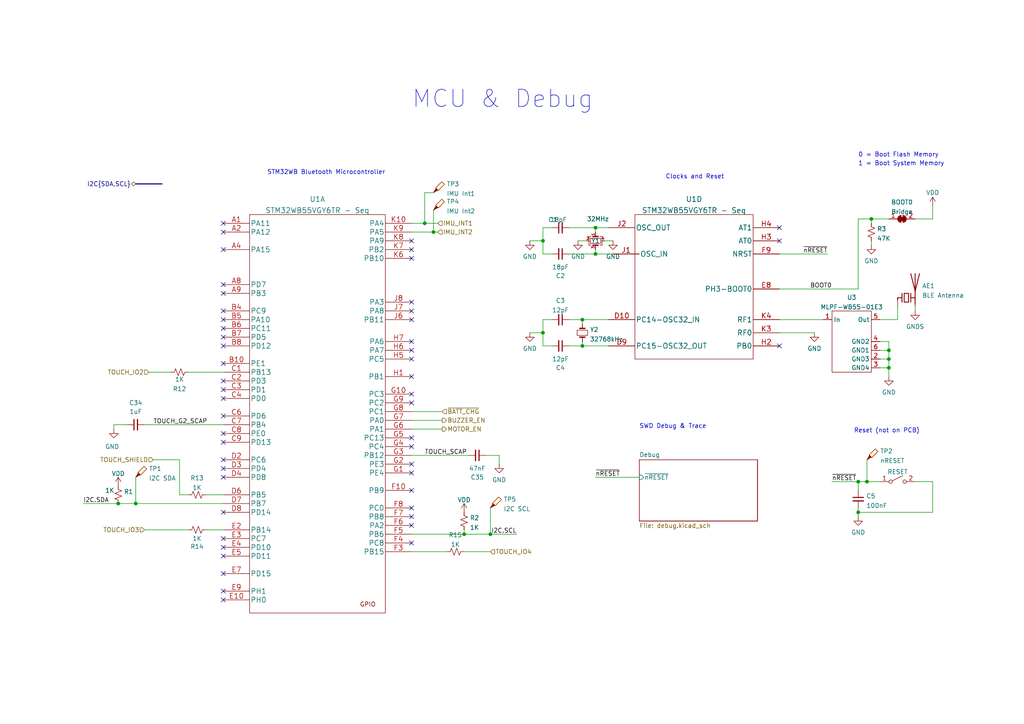
<source format=kicad_sch>
(kicad_sch (version 20211123) (generator eeschema)
  (paper "A4")
  (title_block (title "TekTag BioSensor") (date "2023-05-18") (rev "0.2 alpha") (company "© 2023 TekLabs Digital Pty Ltd") (comment 1 "Designed by Trevor Attema") (comment 2 "MIT License "))
  (lib_symbols
    (symbol "Connector:TestPoint_Probe" (pin_numbers hide) (pin_names (offset 0.762) hide)
      (property "Reference" "TP" (at 1.651 5.842 0))
      (property "Value" "TestPoint_Probe" (at 1.651 4.064 0))
      (symbol "TestPoint_Probe_0_1"
        (polyline (pts (xy 1.27 0.762) (xy 0 0) (xy 0.762 1.27) (xy 1.27 0.762)) (fill (type outline)))
        (polyline (pts (xy 1.397 0.635) (xy 0.635 1.397) (xy 2.413 3.175) (xy 3.175 2.413) (xy 1.397 0.635)) (fill (type background)))
      )
      (symbol "TestPoint_Probe_1_1"
        (pin passive line (at 0 0 90) (length 0) (name "1") (number "1"))
      )
    )
    (symbol "Crystal_Small_1" (pin_numbers hide) (pin_names (offset 1.016) hide)
      (property "Reference" "Y?" (at 2.159 0.9085 90))
      (property "Value" "32768kHz" (at 5.08 -3.81 0))
      (symbol "Crystal_Small_1_0_1"
        (rectangle (start -0.762 -1.524) (end 0.762 1.524))
        (polyline (pts (xy -1.27 -0.762) (xy -1.27 0.762)) (stroke (width 0.381)))
        (polyline (pts (xy 1.27 -0.762) (xy 1.27 0.762)) (stroke (width 0.381)))
      )
      (symbol "Crystal_Small_1_1_1"
        (pin passive line (at -2.54 0 0) (length 1.27) (name "1") (number "1"))
        (pin passive line (at 2.54 0 180) (length 1.27) (name "2") (number "2"))
      )
    )
    (symbol "Device:Antenna_Chip" (pin_numbers hide) (pin_names (offset 1.016) hide)
      (property "Reference" "AE" (at 0 5.08 0))
      (property "Value" "Antenna_Chip" (at 0 3.175 0))
      (symbol "Antenna_Chip_0_1"
        (polyline (pts (xy -2.54 0) (xy -2.54 -0.635)) (stroke (width 0.254)))
        (polyline (pts (xy -2.54 0) (xy -1.27 0)) (stroke (width 0.254)))
        (polyline (pts (xy 1.27 0) (xy 2.54 0)) (stroke (width 0.254)))
        (polyline (pts (xy 1.27 1.27) (xy 1.27 -1.27)) (stroke (width 0.254)))
        (polyline (pts (xy 2.54 -0.635) (xy 2.54 0)))
        (polyline (pts (xy 2.54 6.985) (xy 2.54 -1.905)) (stroke (width 0.254)))
        (polyline (pts (xy -1.27 1.27) (xy -1.27 -1.27) (xy -1.27 0)) (stroke (width 0.254)))
        (polyline (pts (xy 3.81 6.985) (xy 2.54 1.905) (xy 1.27 6.985)) (stroke (width 0.254)))
        (polyline (pts (xy -0.635 1.27) (xy 0.635 1.27) (xy 0.635 -1.27) (xy -0.635 -1.27) (xy -0.635 1.27)) (stroke (width 0.254)))
      )
      (symbol "Antenna_Chip_1_1"
        (pin input line (at -2.54 -2.54 90) (length 2.54) (name "FEED") (number "1"))
        (pin passive line (at 2.54 -2.54 90) (length 2.54) (name "PCB_Trace") (number "2"))
      )
    )
    (symbol "Device:Crystal_GND24_Small" (pin_names (offset 1.016) hide)
      (property "Reference" "Y" (at 1.27 4.445 0))
      (property "Value" "Crystal_GND24_Small" (at 1.27 2.54 0))
      (symbol "Crystal_GND24_Small_0_1"
        (rectangle (start -0.762 -1.524) (end 0.762 1.524))
        (polyline (pts (xy -1.27 -0.762) (xy -1.27 0.762)) (stroke (width 0.381)))
        (polyline (pts (xy 1.27 -0.762) (xy 1.27 0.762)) (stroke (width 0.381)))
        (polyline (pts (xy -1.27 -1.27) (xy -1.27 -1.905) (xy 1.27 -1.905) (xy 1.27 -1.27)))
        (polyline (pts (xy -1.27 1.27) (xy -1.27 1.905) (xy 1.27 1.905) (xy 1.27 1.27)))
      )
      (symbol "Crystal_GND24_Small_1_1"
        (pin passive line (at -2.54 0 0) (length 1.27) (name "1") (number "1"))
        (pin passive line (at 0 -2.54 90) (length 0.635) (name "2") (number "2"))
        (pin passive line (at 2.54 0 180) (length 1.27) (name "3") (number "3"))
        (pin passive line (at 0 2.54 270) (length 0.635) (name "4") (number "4"))
      )
    )
    (symbol "Device:R_Small_US" (pin_numbers hide) (pin_names (offset 0.254) hide)
      (property "Reference" "R" (at 0.762 0.508 0))
      (property "Value" "R_Small_US" (at 0.762 -1.016 0))
      (symbol "R_Small_US_1_1"
        (polyline (pts (xy 0 0) (xy 1.016 -0.381) (xy 0 -0.762) (xy -1.016 -1.143) (xy 0 -1.524)))
        (polyline (pts (xy 0 1.524) (xy 1.016 1.143) (xy 0 0.762) (xy -1.016 0.381) (xy 0 0)))
        (pin passive line (at 0 2.54 270) (length 1.016) (name "~") (number "1"))
        (pin passive line (at 0 -2.54 90) (length 1.016) (name "~") (number "2"))
      )
    )
    (symbol "Jumper:SolderJumper_2_Bridged" (pin_names (offset 0) hide)
      (property "Reference" "JP" (at 0 2.032 0))
      (property "Value" "SolderJumper_2_Bridged" (at 0 -2.54 0))
      (symbol "SolderJumper_2_Bridged_0_1"
        (rectangle (start -0.508 0.508) (end 0.508 -0.508) (fill (type outline)))
        (arc (start -0.254 1.016) (mid -1.27 0) (end -0.254 -1.016))
        (arc (start -0.254 1.016) (mid -1.27 0) (end -0.254 -1.016) (fill (type outline)))
        (polyline (pts (xy -0.254 1.016) (xy -0.254 -1.016)))
        (polyline (pts (xy 0.254 1.016) (xy 0.254 -1.016)))
        (arc (start 0.254 -1.016) (mid 1.27 0) (end 0.254 1.016))
        (arc (start 0.254 -1.016) (mid 1.27 0) (end 0.254 1.016) (fill (type outline)))
      )
      (symbol "SolderJumper_2_Bridged_1_1"
        (pin passive line (at -3.81 0 0) (length 2.54) (name "A") (number "1"))
        (pin passive line (at 3.81 0 180) (length 2.54) (name "B") (number "2"))
      )
    )
    (symbol "Switch:SW_SPST" (pin_names (offset 0) hide)
      (property "Reference" "SW1" (at 0 5.6175 0))
      (property "Value" "SW_SPST" (at 0 2.8424 0))
      (symbol "SW_SPST_0_0"
        (circle (center -2.032 0) (radius 0.508))
        (polyline (pts (xy -1.524 0.254) (xy 1.524 1.778)))
        (circle (center 2.032 0) (radius 0.508))
      )
      (symbol "SW_SPST_1_1"
        (pin passive line (at -5.08 0 0) (length 2.54) (name "A") (number "1"))
        (pin passive line (at 5.08 0 180) (length 2.54) (name "B") (number "2"))
      )
    )
    (symbol "TekLabs:C_Small" (pin_numbers hide) (pin_names (offset 0.254) hide)
      (property "Reference" "C?" (at 2.3241 0.9022 0))
      (property "Value" "C_Small" (at 2.3241 -1.8729 0))
      (symbol "C_Small_0_1"
        (polyline (pts (xy -1.524 -0.508) (xy 1.524 -0.508)) (stroke (width 0.3302)))
        (polyline (pts (xy -1.524 0.508) (xy 1.524 0.508)) (stroke (width 0.3048)))
      )
      (symbol "C_Small_1_1"
        (pin passive line (at 0 2.54 270) (length 2.032) (name "~") (number "1"))
        (pin passive line (at 0 -2.54 90) (length 2.032) (name "~") (number "2"))
      )
    )
    (symbol "TekLabs:MLPF-WB55-01E3"
      (property "Reference" "U" (at 0 -19.05 0))
      (property "Value" "MLPF-WB55-01E3" (at 5.08 1.27 0))
      (symbol "MLPF-WB55-01E3_0_1"
        (rectangle (start 0.0254 -0.0254) (end 11.43 -17.78) (stroke (width 0.1524)))
      )
      (symbol "MLPF-WB55-01E3_1_1"
        (pin input line (at -2.54 -2.54 0) (length 2.54) (name "In") (number "1"))
        (pin power_in line (at 13.97 -13.97 180) (length 2.54) (name "GND3") (number "2"))
        (pin power_in line (at 13.97 -16.51 180) (length 2.54) (name "GND4") (number "3"))
        (pin power_in line (at 13.97 -8.89 180) (length 2.54) (name "GND2") (number "4"))
        (pin input line (at 13.97 -2.54 180) (length 2.54) (name "Out") (number "5"))
        (pin power_in line (at 13.97 -11.43 180) (length 2.54) (name "GND1") (number "6"))
      )
    )
    (symbol "TekLabs:STM32WB55VGY6TR - Seq" (pin_names (offset 0.254))
      (property "Reference" "U" (at 7.62 1.27 0))
      (property "Value" "STM32WB55VGY6TR - Seq" (at 21.59 5.08 0))
      (symbol "STM32WB55VGY6TR - Seq_1_1"
        (rectangle (start 7.62 -1.27) (end 46.99 -116.84) (stroke (width 0.1524)))
        (text "GPIO" (at 41.91 -114.3 0) (effects (font (size 1.27 1.27))))
        (pin bidirectional line (at 0 -3.81 0) (length 7.62) (name "PA11") (number "A1"))
        (pin bidirectional line (at 0 -6.35 0) (length 7.62) (name "PA12") (number "A2"))
        (pin bidirectional line (at 0 -11.43 0) (length 7.62) (name "PA15") (number "A4"))
        (pin bidirectional line (at 0 -21.59 0) (length 7.62) (name "PD7") (number "A8"))
        (pin bidirectional line (at 0 -24.13 0) (length 7.62) (name "PB3") (number "A9"))
        (pin bidirectional line (at 0 -44.45 0) (length 7.62) (name "PE1") (number "B10"))
        (pin bidirectional line (at 0 -29.21 0) (length 7.62) (name "PC9") (number "B4"))
        (pin bidirectional line (at 0 -31.75 0) (length 7.62) (name "PA10") (number "B5"))
        (pin bidirectional line (at 0 -34.29 0) (length 7.62) (name "PC11") (number "B6"))
        (pin bidirectional line (at 0 -36.83 0) (length 7.62) (name "PD5") (number "B7"))
        (pin bidirectional line (at 0 -39.37 0) (length 7.62) (name "PD12") (number "B8"))
        (pin bidirectional line (at 0 -46.99 0) (length 7.62) (name "PB13") (number "C1"))
        (pin bidirectional line (at 0 -49.53 0) (length 7.62) (name "PD3") (number "C2"))
        (pin bidirectional line (at 0 -52.07 0) (length 7.62) (name "PD1") (number "C3"))
        (pin bidirectional line (at 0 -54.61 0) (length 7.62) (name "PD0") (number "C4"))
        (pin bidirectional line (at 0 -59.69 0) (length 7.62) (name "PD6") (number "C6"))
        (pin bidirectional line (at 0 -62.23 0) (length 7.62) (name "PB4") (number "C7"))
        (pin bidirectional line (at 0 -64.77 0) (length 7.62) (name "PE0") (number "C8"))
        (pin bidirectional line (at 0 -67.31 0) (length 7.62) (name "PD13") (number "C9"))
        (pin bidirectional line (at 0 -72.39 0) (length 7.62) (name "PC6") (number "D2"))
        (pin bidirectional line (at 0 -74.93 0) (length 7.62) (name "PD4") (number "D3"))
        (pin bidirectional line (at 0 -77.47 0) (length 7.62) (name "PD8") (number "D4"))
        (pin bidirectional line (at 0 -82.55 0) (length 7.62) (name "PB5") (number "D6"))
        (pin bidirectional line (at 0 -85.09 0) (length 7.62) (name "PB7") (number "D7"))
        (pin bidirectional line (at 0 -87.63 0) (length 7.62) (name "PD14") (number "D8"))
        (pin bidirectional line (at 0 -113.03 0) (length 7.62) (name "PH0") (number "E10"))
        (pin bidirectional line (at 0 -92.71 0) (length 7.62) (name "PB14") (number "E2"))
        (pin bidirectional line (at 0 -95.25 0) (length 7.62) (name "PC7") (number "E3"))
        (pin bidirectional line (at 0 -97.79 0) (length 7.62) (name "PD10") (number "E4"))
        (pin bidirectional line (at 0 -100.33 0) (length 7.62) (name "PD11") (number "E5"))
        (pin bidirectional line (at 0 -105.41 0) (length 7.62) (name "PD15") (number "E7"))
        (pin bidirectional line (at 0 -110.49 0) (length 7.62) (name "PH1") (number "E9"))
        (pin bidirectional line (at 54.61 -81.28 180) (length 7.62) (name "PB9") (number "F10"))
        (pin bidirectional line (at 54.61 -99.06 180) (length 7.62) (name "PB15") (number "F3"))
        (pin bidirectional line (at 54.61 -96.52 180) (length 7.62) (name "PC8") (number "F4"))
        (pin bidirectional line (at 54.61 -93.98 180) (length 7.62) (name "PB6") (number "F5"))
        (pin bidirectional line (at 54.61 -91.44 180) (length 7.62) (name "PA2") (number "F6"))
        (pin bidirectional line (at 54.61 -88.9 180) (length 7.62) (name "PB8") (number "F7"))
        (pin bidirectional line (at 54.61 -86.36 180) (length 7.62) (name "PC0") (number "F8"))
        (pin power_in line (at 54.61 -76.2 180) (length 7.62) (name "PE4") (number "G1"))
        (pin bidirectional line (at 54.61 -53.34 180) (length 7.62) (name "PC3") (number "G10"))
        (pin bidirectional line (at 54.61 -73.66 180) (length 7.62) (name "PE3") (number "G2"))
        (pin bidirectional line (at 54.61 -71.12 180) (length 7.62) (name "PB12") (number "G3"))
        (pin bidirectional line (at 54.61 -68.58 180) (length 7.62) (name "PC4") (number "G4"))
        (pin bidirectional line (at 54.61 -66.04 180) (length 7.62) (name "PC13") (number "G5"))
        (pin bidirectional line (at 54.61 -63.5 180) (length 7.62) (name "PA1") (number "G6"))
        (pin bidirectional line (at 54.61 -60.96 180) (length 7.62) (name "PA0") (number "G7"))
        (pin bidirectional line (at 54.61 -58.42 180) (length 7.62) (name "PC1") (number "G8"))
        (pin bidirectional line (at 54.61 -55.88 180) (length 7.62) (name "PC2") (number "G9"))
        (pin bidirectional line (at 54.61 -48.26 180) (length 7.62) (name "PB1") (number "H1"))
        (pin bidirectional line (at 54.61 -43.18 180) (length 7.62) (name "PC5") (number "H5"))
        (pin bidirectional line (at 54.61 -40.64 180) (length 7.62) (name "PA7") (number "H6"))
        (pin bidirectional line (at 54.61 -38.1 180) (length 7.62) (name "PA6") (number "H7"))
        (pin bidirectional line (at 54.61 -31.75 180) (length 7.62) (name "PB11") (number "J6"))
        (pin bidirectional line (at 54.61 -29.21 180) (length 7.62) (name "PA8") (number "J7"))
        (pin bidirectional line (at 54.61 -26.67 180) (length 7.62) (name "PA3") (number "J8"))
        (pin bidirectional line (at 54.61 -3.81 180) (length 7.62) (name "PA4") (number "K10"))
        (pin bidirectional line (at 54.61 -13.97 180) (length 7.62) (name "PB10") (number "K6"))
        (pin bidirectional line (at 54.61 -11.43 180) (length 7.62) (name "PB2") (number "K7"))
        (pin bidirectional line (at 54.61 -8.89 180) (length 7.62) (name "PA9") (number "K8"))
        (pin bidirectional line (at 54.61 -6.35 180) (length 7.62) (name "PA5") (number "K9"))
      )
      (symbol "STM32WB55VGY6TR - Seq_2_1"
        (rectangle (start 7.62 -1.27) (end 33.02 -54.61) (stroke (width 0.1524)))
        (text "Power" (at 29.21 -52.07 0) (effects (font (size 1.27 1.27))))
        (pin power_in line (at 0 -5.08 0) (length 7.62) (name "VDD") (number "A10"))
        (pin power_in line (at 0 -7.62 0) (length 7.62) (name "VDD") (number "B1"))
        (pin power_in line (at 0 -44.45 0) (length 7.62) (name "VSS") (number "B2"))
        (pin power_in line (at 0 -22.86 0) (length 7.62) (name "VDDUSB") (number "B3"))
        (pin power_in line (at 0 -46.99 0) (length 7.62) (name "VSS") (number "B9"))
        (pin power_in line (at 0 -17.78 0) (length 7.62) (name "VBAT") (number "C10"))
        (pin power_in line (at 0 -36.83 0) (length 7.62) (name "VSSA") (number "H10"))
        (pin power_in line (at 0 -29.21 0) (length 7.62) (name "VREF+") (number "H8"))
        (pin power_in line (at 0 -33.02 0) (length 7.62) (name "VDDA") (number "H9"))
        (pin power_in line (at 0 -10.16 0) (length 7.62) (name "VDD") (number "J10"))
        (pin power_in line (at 40.64 -5.08 180) (length 7.62) (name "VDDRF") (number "J3"))
        (pin power_in line (at 40.64 -15.24 180) (length 7.62) (name "VSSRF") (number "J4"))
        (pin power_in line (at 0 -49.53 0) (length 7.62) (name "VSS") (number "J5"))
        (pin power_in line (at 0 -52.07 0) (length 7.62) (name "VSS") (number "J9"))
        (pin power_in line (at 40.64 -19.05 180) (length 7.62) (name "VSSRF") (number "K1"))
        (pin power_in line (at 40.64 -21.59 180) (length 7.62) (name "VSSRF") (number "K2"))
        (pin power_in line (at 0 -13.97 0) (length 7.62) (name "VDD") (number "K5"))
      )
      (symbol "STM32WB55VGY6TR - Seq_3_1"
        (rectangle (start 7.62 -2.54) (end 29.21 -29.21) (stroke (width 0.1524)))
        (text "SMPS" (at 25.4 -25.4 0) (effects (font (size 1.27 1.27))))
        (pin power_in line (at 0 -7.62 0) (length 7.62) (name "VDDSMPS") (number "D1"))
        (pin power_in line (at 0 -12.7 0) (length 7.62) (name "VLXSMPS") (number "E1"))
        (pin power_in line (at 0 -25.4 0) (length 7.62) (name "VSSSMPS") (number "F1"))
        (pin power_in line (at 0 -19.05 0) (length 7.62) (name "VFBSMPS") (number "F2"))
      )
      (symbol "STM32WB55VGY6TR - Seq_4_1"
        (rectangle (start 7.62 -1.27) (end 41.91 -43.18) (stroke (width 0.1524)))
        (pin bidirectional line (at 0 -31.75 0) (length 7.62) (name "PC14-OSC32_IN") (number "D10"))
        (pin bidirectional line (at 0 -39.37 0) (length 7.62) (name "PC15-OSC32_OUT") (number "D9"))
        (pin bidirectional line (at 49.53 -22.86 180) (length 7.62) (name "PH3-BOOT0") (number "E8"))
        (pin bidirectional line (at 49.53 -12.7 180) (length 7.62) (name "NRST") (number "F9"))
        (pin bidirectional line (at 49.53 -39.37 180) (length 7.62) (name "PB0") (number "H2"))
        (pin bidirectional line (at 49.53 -8.89 180) (length 7.62) (name "AT0") (number "H3"))
        (pin bidirectional line (at 49.53 -5.08 180) (length 7.62) (name "AT1") (number "H4"))
        (pin bidirectional line (at 1.27 -12.7 0) (length 7.62) (name "OSC_IN") (number "J1"))
        (pin bidirectional line (at 0 -5.08 0) (length 7.62) (name "OSC_OUT") (number "J2"))
        (pin bidirectional line (at 49.53 -35.56 180) (length 7.62) (name "RF0") (number "K3"))
        (pin bidirectional line (at 49.53 -31.75 180) (length 7.62) (name "RF1") (number "K4"))
      )
      (symbol "STM32WB55VGY6TR - Seq_5_1"
        (rectangle (start 7.62 -1.27) (end 26.67 -29.21) (stroke (width 0.1524)))
        (text "SWD" (at 20.32 -3.81 0) (effects (font (size 1.27 1.27))))
        (text "TRACE" (at 21.59 -16.51 0) (effects (font (size 1.27 1.27))))
        (pin bidirectional line (at 0 -6.35 0) (length 7.62) (name "PA14") (number "A3"))
        (pin bidirectional line (at 0 -3.81 0) (length 7.62) (name "PA13") (number "A5"))
        (pin bidirectional line (at 0 -21.59 0) (length 7.62) (name "PC10") (number "A6"))
        (pin bidirectional line (at 0 -24.13 0) (length 7.62) (name "PD2") (number "A7"))
        (pin bidirectional line (at 0 -26.67 0) (length 7.62) (name "PC12") (number "C5"))
        (pin bidirectional line (at 0 -19.05 0) (length 7.62) (name "PD9") (number "D5"))
        (pin bidirectional line (at 0 -16.51 0) (length 7.62) (name "PE2") (number "E6"))
      )
    )
    (symbol "power:GND" (power) (pin_names (offset 0))
      (property "Value" "GND" (at 0 -3.81 0))
      (symbol "GND_0_1"
        (polyline (pts (xy 0 0) (xy 0 -1.27) (xy 1.27 -1.27) (xy 0 -2.54) (xy -1.27 -1.27) (xy 0 -1.27)))
      )
      (symbol "GND_1_1"
        (pin power_in line (at 0 0 270) (length 0) hide (name "GND") (number "1"))
      )
    )
    (symbol "power:GNDS" (power) (pin_names (offset 0))
      (property "Value" "GNDS" (at 0 -3.81 0))
      (symbol "GNDS_0_1"
        (polyline (pts (xy 0 0) (xy 0 -1.27) (xy 1.27 -1.27) (xy 0 -2.54) (xy -1.27 -1.27) (xy 0 -1.27)))
      )
      (symbol "GNDS_1_1"
        (pin power_in line (at 0 0 270) (length 0) hide (name "GNDS") (number "1"))
      )
    )
    (symbol "power:VDD" (power) (pin_names (offset 0))
      (property "Value" "VDD" (at 0 3.81 0))
      (symbol "VDD_0_1"
        (polyline (pts (xy -0.762 1.27) (xy 0 2.54)))
        (polyline (pts (xy 0 0) (xy 0 2.54)))
        (polyline (pts (xy 0 2.54) (xy 0.762 1.27)))
      )
      (symbol "VDD_1_1"
        (pin power_in line (at 0 0 90) (length 0) hide (name "VDD") (number "1"))
      )
    )
  )
  (junction (at 248.92 148.59))
  (junction (at 39.37 146.05))
  (junction (at 251.46 139.7))
  (junction (at 134.62 154.94))
  (junction (at 142.24 154.94))
  (junction (at 157.48 96.52))
  (junction (at 125.73 67.31))
  (junction (at 257.81 101.6))
  (junction (at 168.91 92.71))
  (junction (at 123.19 64.77))
  (junction (at 34.29 146.05))
  (junction (at 157.48 69.85))
  (junction (at 257.81 104.14))
  (junction (at 168.91 100.33))
  (junction (at 252.73 63.5))
  (junction (at 172.72 66.04))
  (junction (at 248.92 139.7))
  (junction (at 172.72 73.66))
  (junction (at 257.81 106.68))
  (no_connect (at 119.38 149.86))
  (no_connect (at 119.38 152.4))
  (no_connect (at 119.38 157.48))
  (no_connect (at 64.77 173.99))
  (no_connect (at 119.38 137.16))
  (no_connect (at 64.77 115.57))
  (no_connect (at 64.77 138.43))
  (no_connect (at 64.77 135.89))
  (no_connect (at 119.38 142.24))
  (no_connect (at 119.38 147.32))
  (no_connect (at 64.77 171.45))
  (no_connect (at 226.06 69.85))
  (no_connect (at 226.06 66.04))
  (no_connect (at 64.77 113.03))
  (no_connect (at 64.77 105.41))
  (no_connect (at 64.77 128.27))
  (no_connect (at 119.38 72.39))
  (no_connect (at 119.38 74.93))
  (no_connect (at 64.77 92.71))
  (no_connect (at 119.38 129.54))
  (no_connect (at 119.38 116.84))
  (no_connect (at 64.77 110.49))
  (no_connect (at 119.38 87.63))
  (no_connect (at 119.38 109.22))
  (no_connect (at 119.38 114.3))
  (no_connect (at 119.38 99.06))
  (no_connect (at 119.38 127))
  (no_connect (at 64.77 120.65))
  (no_connect (at 64.77 133.35))
  (no_connect (at 119.38 90.17))
  (no_connect (at 119.38 134.62))
  (no_connect (at 64.77 90.17))
  (no_connect (at 64.77 64.77))
  (no_connect (at 64.77 67.31))
  (no_connect (at 64.77 72.39))
  (no_connect (at 64.77 82.55))
  (no_connect (at 64.77 85.09))
  (no_connect (at 64.77 95.25))
  (no_connect (at 64.77 97.79))
  (no_connect (at 64.77 100.33))
  (no_connect (at 226.06 100.33))
  (no_connect (at 64.77 166.37))
  (no_connect (at 64.77 158.75))
  (no_connect (at 64.77 156.21))
  (no_connect (at 119.38 69.85))
  (no_connect (at 64.77 161.29))
  (no_connect (at 64.77 148.59))
  (no_connect (at 119.38 104.14))
  (no_connect (at 119.38 101.6))
  (no_connect (at 64.77 125.73))
  (no_connect (at 119.38 92.71))
  (wire (pts (xy 172.72 66.04) (xy 172.72 67.31)))
  (wire (pts (xy 165.1 92.71) (xy 168.91 92.71)))
  (wire (pts (xy 59.69 143.51) (xy 64.77 143.51)))
  (wire (pts (xy 144.78 132.08) (xy 144.78 134.62)))
  (wire (pts (xy 142.24 160.02) (xy 134.62 160.02)))
  (wire (pts (xy 260.35 92.71) (xy 260.35 88.9)))
  (wire (pts (xy 165.1 66.04) (xy 172.72 66.04)))
  (wire (pts (xy 251.46 133.35) (xy 251.46 139.7)))
  (wire (pts (xy 168.91 99.06) (xy 168.91 100.33)))
  (wire (pts (xy 157.48 96.52) (xy 153.67 96.52)))
  (wire (pts (xy 52.07 143.51) (xy 52.07 133.35)))
  (wire (pts (xy 160.02 73.66) (xy 157.48 73.66)))
  (wire (pts (xy 123.19 64.77) (xy 119.38 64.77)))
  (wire (pts (xy 172.72 138.43) (xy 185.42 138.43)))
  (wire (pts (xy 226.06 96.52) (xy 236.22 96.52)))
  (wire (pts (xy 168.91 92.71) (xy 168.91 93.98)))
  (wire (pts (xy 52.07 133.35) (xy 44.45 133.35)))
  (wire (pts (xy 270.51 63.5) (xy 270.51 59.69)))
  (wire (pts (xy 127 64.77) (xy 123.19 64.77)))
  (wire (pts (xy 255.27 104.14) (xy 257.81 104.14)))
  (wire (pts (xy 39.37 138.43) (xy 39.37 146.05)))
  (wire (pts (xy 226.06 92.71) (xy 238.76 92.71)))
  (wire (pts (xy 128.27 119.38) (xy 119.38 119.38)))
  (wire (pts (xy 226.06 73.66) (xy 240.03 73.66)))
  (wire (pts (xy 252.73 63.5) (xy 252.73 64.77)))
  (wire (pts (xy 248.92 148.59) (xy 248.92 147.32)))
  (wire (pts (xy 64.77 107.95) (xy 54.61 107.95)))
  (wire (pts (xy 33.02 123.19) (xy 33.02 124.46)))
  (wire (pts (xy 134.62 153.67) (xy 134.62 154.94)))
  (wire (pts (xy 257.81 104.14) (xy 257.81 106.68)))
  (wire (pts (xy 140.97 132.08) (xy 144.78 132.08)))
  (wire (pts (xy 172.72 73.66) (xy 177.8 73.66)))
  (wire (pts (xy 172.72 66.04) (xy 176.53 66.04)))
  (wire (pts (xy 157.48 73.66) (xy 157.48 69.85)))
  (wire (pts (xy 24.13 146.05) (xy 34.29 146.05)))
  (wire (pts (xy 160.02 92.71) (xy 157.48 92.71)))
  (wire (pts (xy 125.73 67.31) (xy 119.38 67.31)))
  (bus (pts (xy 39.37 53.34) (xy 46.99 53.34)))
  (wire (pts (xy 255.27 101.6) (xy 257.81 101.6)))
  (wire (pts (xy 257.81 99.06) (xy 257.81 101.6)))
  (wire (pts (xy 175.26 69.85) (xy 177.8 69.85)))
  (wire (pts (xy 168.91 100.33) (xy 176.53 100.33)))
  (wire (pts (xy 257.81 101.6) (xy 257.81 104.14)))
  (wire (pts (xy 34.29 146.05) (xy 39.37 146.05)))
  (wire (pts (xy 160.02 66.04) (xy 157.48 66.04)))
  (wire (pts (xy 270.51 139.7) (xy 270.51 148.59)))
  (wire (pts (xy 226.06 83.82) (xy 248.92 83.82)))
  (wire (pts (xy 241.3 139.7) (xy 248.92 139.7)))
  (wire (pts (xy 64.77 153.67) (xy 59.69 153.67)))
  (wire (pts (xy 128.27 124.46) (xy 119.38 124.46)))
  (wire (pts (xy 248.92 139.7) (xy 251.46 139.7)))
  (wire (pts (xy 119.38 160.02) (xy 129.54 160.02)))
  (wire (pts (xy 128.27 121.92) (xy 119.38 121.92)))
  (wire (pts (xy 36.83 123.19) (xy 33.02 123.19)))
  (wire (pts (xy 142.24 154.94) (xy 149.86 154.94)))
  (wire (pts (xy 134.62 154.94) (xy 142.24 154.94)))
  (wire (pts (xy 168.91 92.71) (xy 176.53 92.71)))
  (wire (pts (xy 248.92 149.86) (xy 248.92 148.59)))
  (wire (pts (xy 265.43 63.5) (xy 270.51 63.5)))
  (wire (pts (xy 265.43 139.7) (xy 270.51 139.7)))
  (wire (pts (xy 248.92 63.5) (xy 252.73 63.5)))
  (wire (pts (xy 257.81 106.68) (xy 257.81 109.22)))
  (wire (pts (xy 54.61 143.51) (xy 52.07 143.51)))
  (wire (pts (xy 252.73 63.5) (xy 257.81 63.5)))
  (wire (pts (xy 41.91 153.67) (xy 54.61 153.67)))
  (wire (pts (xy 119.38 154.94) (xy 134.62 154.94)))
  (wire (pts (xy 165.1 73.66) (xy 172.72 73.66)))
  (wire (pts (xy 123.19 55.88) (xy 123.19 64.77)))
  (wire (pts (xy 39.37 146.05) (xy 64.77 146.05)))
  (wire (pts (xy 125.73 55.88) (xy 123.19 55.88)))
  (wire (pts (xy 157.48 66.04) (xy 157.48 69.85)))
  (wire (pts (xy 125.73 60.96) (xy 125.73 67.31)))
  (wire (pts (xy 255.27 92.71) (xy 260.35 92.71)))
  (wire (pts (xy 157.48 69.85) (xy 153.67 69.85)))
  (wire (pts (xy 43.18 107.95) (xy 49.53 107.95)))
  (wire (pts (xy 167.64 69.85) (xy 170.18 69.85)))
  (wire (pts (xy 270.51 148.59) (xy 248.92 148.59)))
  (wire (pts (xy 265.43 90.17) (xy 265.43 88.9)))
  (wire (pts (xy 251.46 139.7) (xy 255.27 139.7)))
  (wire (pts (xy 165.1 100.33) (xy 168.91 100.33)))
  (wire (pts (xy 255.27 99.06) (xy 257.81 99.06)))
  (wire (pts (xy 255.27 106.68) (xy 257.81 106.68)))
  (wire (pts (xy 160.02 100.33) (xy 157.48 100.33)))
  (wire (pts (xy 119.38 132.08) (xy 135.89 132.08)))
  (wire (pts (xy 142.24 147.32) (xy 142.24 154.94)))
  (wire (pts (xy 252.73 69.85) (xy 252.73 71.12)))
  (wire (pts (xy 41.91 123.19) (xy 64.77 123.19)))
  (wire (pts (xy 157.48 92.71) (xy 157.48 96.52)))
  (wire (pts (xy 172.72 72.39) (xy 172.72 73.66)))
  (wire (pts (xy 157.48 100.33) (xy 157.48 96.52)))
  (wire (pts (xy 127 67.31) (xy 125.73 67.31)))
  (wire (pts (xy 248.92 139.7) (xy 248.92 142.24)))
  (wire (pts (xy 248.92 63.5) (xy 248.92 83.82)))
  (text "0 = Boot Flash Memory" (at 248.92 45.72 0) (effects (font (size 1.27 1.27)) (justify left bottom)))
  (text "1 = Boot System Memory" (at 248.92 48.26 0) (effects (font (size 1.27 1.27)) (justify left bottom)))
  (text "Reset (not on PCB)" (at 247.65 125.73 0) (effects (font (size 1.27 1.27)) (justify left bottom)))
  (text "MCU & Debug" (at 119.38 31.75 0) (effects (font (size 5 5)) (justify left bottom)))
  (text "SWD Debug & Trace" (at 185.42 124.46 0) (effects (font (size 1.27 1.27)) (justify left bottom)))
  (text "Clocks and Reset" (at 193.04 52.07 0) (effects (font (size 1.27 1.27)) (justify left bottom)))
  (text "STM32WB Bluetooth Microcontroller" (at 77.47 50.8 0) (effects (font (size 1.27 1.27)) (justify left bottom)))
  (label "~{nRESET}" (at 172.72 138.43 0))
  (label "~{nRESET}" (at 241.3 139.7 0))
  (label "TOUCH_SCAP" (at 123.19 132.08 0))
  (label "I2C.SCL" (at 149.86 154.94 180))
  (label "BOOT0" (at 234.95 83.82 0))
  (label "I2C.SDA" (at 24.13 146.05 0))
  (label "~{nRESET}" (at 240.03 73.66 180))
  (label "TOUCH_G2_SCAP" (at 44.45 123.19 0))
  (hierarchical_label "TOUCH_SHIELD" (shape input) (at 44.45 133.35 180))
  (hierarchical_label "I2C{SDA,SCL}" (shape bidirectional) (at 39.37 53.34 180))
  (hierarchical_label "IMU_INT2" (shape input) (at 127 67.31 0))
  (hierarchical_label "TOUCH_IO4" (shape input) (at 142.24 160.02 0))
  (hierarchical_label "MOTOR_EN" (shape output) (at 128.27 124.46 0))
  (hierarchical_label "TOUCH_IO2" (shape input) (at 43.18 107.95 180))
  (hierarchical_label "TOUCH_IO3" (shape input) (at 41.91 153.67 180))
  (hierarchical_label "BUZZER_EN" (shape output) (at 128.27 121.92 0))
  (hierarchical_label "~{BATT_CHG}" (shape input) (at 128.27 119.38 0))
  (hierarchical_label "IMU_INT1" (shape input) (at 127 64.77 0))
  (symbol (lib_id "power:VDD") (at 134.62 148.59 0) (unit 1)
    (property "Reference" "#PWR02" (effects hide))
    (property "Value" "VDD" (at 134.62 144.9855 0))
  )
  (symbol (lib_id "Connector:TestPoint_Probe") (at 251.46 133.35 0) (unit 1)
    (property "Reference" "TP2" (at 255.27 130.854 0) (effects (justify left)))
    (property "Value" "nRESET" (at 255.27 133.6291 0) (effects (justify left)))
    (property "Footprint" "TekLabs:MicroTest-1" (effects hide))
  )
  (symbol (lib_id "Device:R_Small_US") (at 57.15 153.67 270) (unit 1)
    (property "Reference" "R14" (at 57.15 158.5255 90))
    (property "Value" "1K" (at 57.15 156.21 90))
    (property "Footprint" "Resistor_SMD:R_0402_1005Metric" (effects hide))
  )
  (symbol (lib_id "Device:Crystal_GND24_Small") (at 172.72 69.85 270) (unit 1)
    (property "Reference" "Y1" (at 171.45 69.85 90) (effects (justify left)))
    (property "Value" "32MHz" (at 170.18 63.5 90) (effects (justify left)))
    (property "Footprint" "Crystal:Crystal_SMD_EuroQuartz_X22-4Pin_2.5x2.0mm" (effects hide))
    (property "Datasheet" "https://www.we-online.com/catalog/datasheet/830107820709.pdf" (effects hide))
    (property "Digikey" "830107820709" (effects hide))
  )
  (symbol (lib_id "power:GND") (at 33.02 124.46 0) (unit 1)
    (property "Reference" "#PWR0108" (effects hide))
    (property "Value" "GND" (at 30.48 129.54 0) (effects (justify left)))
  )
  (symbol (lib_id "TekLabs:MLPF-WB55-01E3") (at 241.3 90.17 0) (unit 1)
    (property "Reference" "U3" (at 247.0277 86.2797 0))
    (property "Value" "MLPF-WB55-01E3" (at 247.0277 89.0548 0))
    (property "Footprint" "TekLabs:MLPF-WB55-01E3" (effects hide))
    (property "Datasheet" "https://www.st.com/resource/en/datasheet/mlpf-wb55-01e3.pdf" (effects hide))
    (property "Digikey" "497-19088-2-ND" (effects hide))
  )
  (symbol (lib_id "Connector:TestPoint_Probe") (at 125.73 60.96 0) (unit 1)
    (property "Reference" "TP4" (at 129.54 58.464 0) (effects (justify left)))
    (property "Value" "IMU Int2" (at 129.54 61.2391 0) (effects (justify left)))
    (property "Footprint" "TekLabs:MicroTest-1" (effects hide))
  )
  (symbol (lib_id "Device:R_Small_US") (at 252.73 67.31 0) (unit 1)
    (property "Reference" "R3" (at 254.381 66.4015 0) (effects (justify left)))
    (property "Value" "47K" (at 254.381 69.1766 0) (effects (justify left)))
    (property "Footprint" "Resistor_SMD:R_0402_1005Metric" (effects hide))
  )
  (symbol (lib_id "Jumper:SolderJumper_2_Bridged") (at 261.62 63.5 0) (unit 1)
    (property "Reference" "BOOT0" (at 261.62 58.6445 0))
    (property "Value" "Bridge" (at 261.62 61.4196 0))
    (property "Footprint" "TekLabs:MicroJump" (effects hide))
  )
  (symbol (lib_id "Connector:TestPoint_Probe") (at 142.24 147.32 0) (unit 1)
    (property "Reference" "TP5" (at 146.05 144.824 0) (effects (justify left)))
    (property "Value" "I2C SCL" (at 146.05 147.5991 0) (effects (justify left)))
    (property "Footprint" "TekLabs:MicroTest-1" (effects hide))
  )
  (symbol (lib_name "Crystal_Small_1") (lib_id "Device:Crystal_Small") (at 168.91 96.52 90) (unit 1)
    (property "Reference" "Y2" (at 171.069 95.6115 90) (effects (justify right)))
    (property "Value" "32768kHz" (at 171.069 98.3866 90) (effects (justify right)))
    (property "Footprint" "Crystal:Crystal_SMD_MicroCrystal_CM9V-T1A-2Pin_1.6x1.0mm" (effects hide))
    (property "Datasheet" "https://www.microcrystal.com/fileadmin/Media/Products/32kHz/Datasheet/CM9V-T1A.pdf" (effects hide))
    (property "Digikey" "CM9V-T1A-32.768KHZ-7PF-100PPM-TA-QC" (effects hide))
  )
  (symbol (lib_id "TekLabs:C_Small") (at 39.37 123.19 90) (unit 1)
    (property "Reference" "C34" (at 39.37 116.84 90))
    (property "Value" "1uF" (at 39.37 119.38 90))
    (property "Footprint" "Capacitor_SMD:C_0402_1005Metric" (effects hide))
  )
  (symbol (lib_id "power:VDD") (at 34.29 140.97 0) (unit 1)
    (property "Reference" "#PWR01" (effects hide))
    (property "Value" "VDD" (at 34.29 137.3655 0))
  )
  (symbol (lib_id "Device:R_Small_US") (at 57.15 143.51 270) (unit 1)
    (property "Reference" "R13" (at 57.15 138.6545 90))
    (property "Value" "1K" (at 57.15 141.4296 90))
    (property "Footprint" "Resistor_SMD:R_0402_1005Metric" (effects hide))
  )
  (symbol (lib_id "power:GNDS") (at 265.43 90.17 0) (unit 1)
    (property "Reference" "#PWR014" (effects hide))
    (property "Value" "GNDS" (at 265.43 94.7325 0))
  )
  (symbol (lib_id "power:VDD") (at 270.51 59.69 0) (unit 1)
    (property "Reference" "#PWR015" (effects hide))
    (property "Value" "VDD" (at 270.51 55.88 0))
  )
  (symbol (lib_id "TekLabs:STM32WB55VGY6TR - Seq") (at 176.53 60.96 0) (unit 4)
    (property "Reference" "U1" (at 201.295 57.7499 0) (effects (font (size 1.524 1.524))))
    (property "Value" "STM32WB55VGY6TR - Seq" (at 201.295 61.0289 0) (effects (font (size 1.524 1.524))))
    (property "Footprint" "TekLabs:STM32WB55VGY6TR" (effects hide))
  )
  (symbol (lib_id "power:GND") (at 144.78 134.62 0) (unit 1)
    (property "Reference" "#PWR0109" (effects hide))
    (property "Value" "GND" (at 144.78 139.1825 0))
  )
  (symbol (lib_id "Device:Antenna_Chip") (at 262.89 86.36 0) (unit 1)
    (property "Reference" "AE1" (at 267.462 82.9115 0) (effects (justify left)))
    (property "Value" "BLE Antenna" (at 267.462 85.6866 0) (effects (justify left)))
    (property "Footprint" "TekLabs:Johanson_2450AT43B100E" (effects hide))
    (property "Datasheet" "https://www.johansontechnology.com/datasheets/2450AT43B100/2450AT43B100.pdf" (effects hide))
  )
  (symbol (lib_id "power:GND") (at 257.81 109.22 0) (unit 1)
    (property "Reference" "#PWR013" (effects hide))
    (property "Value" "GND" (at 257.81 113.7825 0))
  )
  (symbol (lib_id "power:GND") (at 177.8 69.85 0) (unit 1)
    (property "Reference" "#PWR0113" (effects hide))
    (property "Value" "GND" (at 177.8 74.4125 0))
  )
  (symbol (lib_id "TekLabs:C_Small") (at 162.56 100.33 270) (unit 1)
    (property "Reference" "C4" (at 162.56 106.68 90))
    (property "Value" "12pF" (at 162.56 104.14 90))
    (property "Footprint" "Capacitor_SMD:C_0402_1005Metric" (effects hide))
    (property "Digikey" "GCM1555C1H120JA16J" (effects hide))
  )
  (symbol (lib_id "Connector:TestPoint_Probe") (at 39.37 138.43 0) (unit 1)
    (property "Reference" "TP1" (at 43.18 135.934 0) (effects (justify left)))
    (property "Value" "I2C SDA" (at 43.18 138.7091 0) (effects (justify left)))
    (property "Footprint" "TekLabs:MicroTest-1" (effects hide))
  )
  (symbol (lib_id "power:GND") (at 153.67 69.85 0) (unit 1)
    (property "Reference" "#PWR03" (effects hide))
    (property "Value" "GND" (at 153.67 74.4125 0))
  )
  (symbol (lib_id "power:GND") (at 153.67 96.52 0) (unit 1)
    (property "Reference" "#PWR04" (effects hide))
    (property "Value" "GND" (at 153.67 101.0825 0))
  )
  (symbol (lib_id "Switch:SW_SPST") (at 260.35 139.7 0) (unit 1) (in_bom no) (on_board no)
    (property "Reference" "SW1" (effects hide))
    (property "Value" "RESET" (at 260.35 136.8575 0))
    (property "Footprint" "Button_Switch_SMD:SW_SPST_B3U-1100P" (effects hide))
    (property "Datasheet" "https://omronfs.omron.com/en_US/ecb/products/pdf/en-b3u.pdf" (effects hide))
    (property "Digikey" "B3U-1100P" (effects hide))
  )
  (symbol (lib_id "power:GND") (at 248.92 149.86 0) (unit 1)
    (property "Reference" "#PWR011" (effects hide))
    (property "Value" "GND" (at 248.92 154.4225 0))
  )
  (symbol (lib_id "power:GND") (at 236.22 96.52 0) (unit 1)
    (property "Reference" "#PWR010" (effects hide))
    (property "Value" "GND" (at 236.22 101.0825 0))
  )
  (symbol (lib_id "Device:R_Small_US") (at 132.08 160.02 90) (unit 1)
    (property "Reference" "R15" (at 132.08 155.1645 90))
    (property "Value" "1K" (at 132.08 157.9396 90))
    (property "Footprint" "Resistor_SMD:R_0402_1005Metric" (effects hide))
  )
  (symbol (lib_id "power:GND") (at 252.73 71.12 0) (unit 1)
    (property "Reference" "#PWR012" (effects hide))
    (property "Value" "GND" (at 252.73 75.6825 0))
  )
  (symbol (lib_id "Device:R_Small_US") (at 34.29 143.51 0) (unit 1)
    (property "Reference" "R1" (at 35.941 142.6015 0) (effects (justify left)))
    (property "Value" "1K" (at 30.48 142.24 0) (effects (justify left)))
    (property "Footprint" "Resistor_SMD:R_0402_1005Metric" (effects hide))
  )
  (symbol (lib_id "power:GND") (at 167.64 69.85 0) (unit 1)
    (property "Reference" "#PWR08" (effects hide))
    (property "Value" "GND" (at 167.64 74.4125 0))
  )
  (symbol (lib_id "TekLabs:C_Small") (at 162.56 66.04 90) (unit 1)
    (property "Reference" "C1" (at 161.6578 63.7159 90) (effects (justify left)))
    (property "Value" "18pF" (at 164.4329 63.7159 90) (effects (justify left)))
    (property "Footprint" "Capacitor_SMD:C_0402_1005Metric" (effects hide))
    (property "Digikey" "GCM1555C1H180JA16D" (effects hide))
  )
  (symbol (lib_id "TekLabs:C_Small") (at 248.92 144.78 0) (unit 1) (in_bom no) (on_board no)
    (property "Reference" "C5" (at 251.2441 143.8778 0) (effects (justify left)))
    (property "Value" "100nF" (at 251.2441 146.6529 0) (effects (justify left)))
    (property "Footprint" "Capacitor_SMD:C_0402_1005Metric" (effects hide))
    (property "Digikey" "GRT155R71H104KE01D" (effects hide))
  )
  (symbol (lib_id "TekLabs:C_Small") (at 162.56 92.71 270) (unit 1)
    (property "Reference" "C3" (at 162.5536 87.1814 90))
    (property "Value" "12pF" (at 162.5536 89.9565 90))
    (property "Footprint" "Capacitor_SMD:C_0402_1005Metric" (effects hide))
    (property "Digikey" "GCM1555C1H120JA16J" (effects hide))
  )
  (symbol (lib_id "TekLabs:STM32WB55VGY6TR - Seq") (at 64.77 60.96 0) (unit 1)
    (property "Reference" "U1" (at 92.075 57.7499 0) (effects (font (size 1.524 1.524))))
    (property "Value" "STM32WB55VGY6TR - Seq" (at 92.075 61.0289 0) (effects (font (size 1.524 1.524))))
    (property "Footprint" "TekLabs:STM32WB55VGY6TR" (effects hide))
  )
  (symbol (lib_id "TekLabs:C_Small") (at 138.43 132.08 270) (unit 1)
    (property "Reference" "C35" (at 138.43 138.43 90))
    (property "Value" "47nF" (at 138.43 135.89 90))
    (property "Footprint" "Capacitor_SMD:C_0402_1005Metric" (effects hide))
  )
  (symbol (lib_id "Connector:TestPoint_Probe") (at 125.73 55.88 0) (unit 1)
    (property "Reference" "TP3" (at 129.54 53.384 0) (effects (justify left)))
    (property "Value" "IMU Int1" (at 129.54 56.1591 0) (effects (justify left)))
    (property "Footprint" "TekLabs:MicroTest-1" (effects hide))
  )
  (symbol (lib_id "TekLabs:C_Small") (at 162.56 73.66 270) (unit 1)
    (property "Reference" "C2" (at 162.56 80.01 90))
    (property "Value" "18pF" (at 162.56 77.47 90))
    (property "Footprint" "Capacitor_SMD:C_0402_1005Metric" (effects hide))
    (property "Digikey" "GCM1555C1H180JA16D" (effects hide))
  )
  (symbol (lib_id "Device:R_Small_US") (at 52.07 107.95 270) (unit 1)
    (property "Reference" "R12" (at 52.07 112.8055 90))
    (property "Value" "1K" (at 52.07 110.0304 90))
    (property "Footprint" "Resistor_SMD:R_0402_1005Metric" (effects hide))
  )
  (symbol (lib_id "Device:R_Small_US") (at 134.62 151.13 0) (unit 1)
    (property "Reference" "R2" (at 136.271 150.2215 0) (effects (justify left)))
    (property "Value" "1K" (at 136.271 152.9966 0) (effects (justify left)))
    (property "Footprint" "Resistor_SMD:R_0402_1005Metric" (effects hide))
  )
  (sheet (at 185.42 133.35) (size 34.29 17.78) (stroke (width 0.1524))
    (property "Sheet name" "Debug" (at 185.42 132.6384 0) (effects (justify left bottom)))
    (property "Sheet file" "debug.kicad_sch" (at 185.42 151.7146 0) (effects (justify left top)))
    (pin "~{nRESET}" input (at 185.42 138.43 180))
  )
)
</source>
